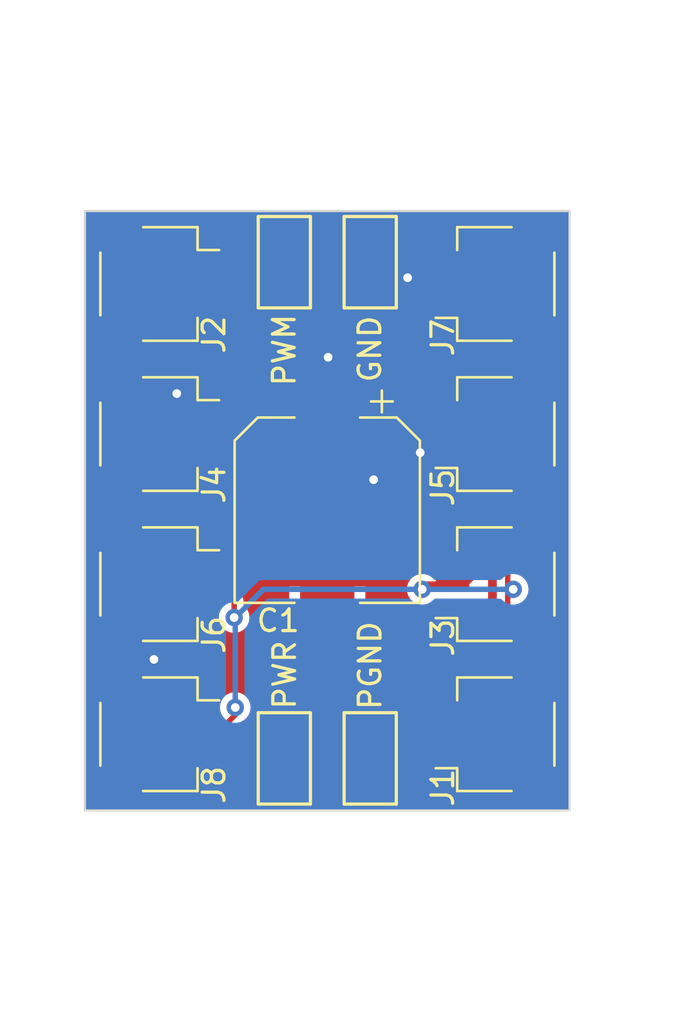
<source format=kicad_pcb>
(kicad_pcb (version 20221018) (generator pcbnew)
  (layers (0 "F.Cu" signal) (31 "B.Cu" signal) (34 "B.Paste" user) (35 "F.Paste" user) (36 "B.SilkS" user "B.Silkscreen") (37 "F.SilkS" user "F.Silkscreen") (38 "B.Mask" user) (39 "F.Mask" user) (44 "Edge.Cuts" user))
  (net 0 "")
  (net 1 "/PWR")
  (net 2 "GND")
  (net 3 "/PWM")
  (footprint "Connector_JST:JST_SH_SM03B-SRSS-TB_1x03-1MP_P1.00mm_Horizontal" (layer "F.Cu") (at 116.76 51.25 90)
    (fp_text reference "J7" (at -2.46 -2.45 90) (layer "F.SilkS"))
    (fp_text value "LED_OUT")
    (fp_line (start -2.61 -1.785) (end -1.56 -1.785) (stroke (width 0.12)) (layer "F.SilkS"))
    (fp_line (start -2.61 0.715) (end -2.61 -1.785) (stroke (width 0.12)) (layer "F.SilkS"))
    (fp_line (start -1.56 -1.785) (end -1.56 -2.775) (stroke (width 0.12)) (layer "F.SilkS"))
    (fp_line (start -1.44 2.685) (end 1.44 2.685) (stroke (width 0.12)) (layer "F.SilkS"))
    (fp_line (start 2.61 -1.785) (end 1.56 -1.785) (stroke (width 0.12)) (layer "F.SilkS"))
    (fp_line (start 2.61 0.715) (end 2.61 -1.785) (stroke (width 0.12)) (layer "F.SilkS"))
    (pad "1" smd roundrect locked (at -1 -2 90) (size 0.6 1.55) (layers "F.Cu" "F.Paste" "F.Mask") (net 2 "GND"))
    (pad "2" smd roundrect locked (at 0 -2 90) (size 0.6 1.55) (layers "F.Cu" "F.Paste" "F.Mask") (net 3 "/PWM"))
    (pad "3" smd roundrect locked (at 1 -2 90) (size 0.6 1.55) (layers "F.Cu" "F.Paste" "F.Mask") (net 1 "/PWR"))
    (pad "MP" smd roundrect locked (at -2.3 1.875 90) (size 1.2 1.8) (layers "F.Cu" "F.Paste" "F.Mask") (roundrect_rratio 0.2083333333))
    (pad "MP" smd roundrect locked (at 2.3 1.875 90) (size 1.2 1.8) (layers "F.Cu" "F.Paste" "F.Mask") (roundrect_rratio 0.2083333333))
  )
  (footprint "TestPoint:TestPoint_Keystone_5019_Minature" (layer "F.Cu") (at 107.025 73.06 90)
    (fp_text reference "PWR" (at 3.84 0.015 270) (layer "F.SilkS"))
    (fp_text value "TestPoint")
    (fp_line (start -2.1 -1.2) (end 2.1 -1.2) (stroke (width 0.15)) (layer "F.SilkS"))
    (fp_line (start -2.1 1.2) (end -2.1 -1.2) (stroke (width 0.15)) (layer "F.SilkS"))
    (fp_line (start 2.1 -1.2) (end 2.1 1.2) (stroke (width 0.15)) (layer "F.SilkS"))
    (fp_line (start 2.1 1.2) (end -2.1 1.2) (stroke (width 0.15)) (layer "F.SilkS"))
    (pad "1" smd rect locked (at 0 0 90) (size 3.8 2) (layers "F.Cu" "F.Paste" "F.Mask") (net 1 "/PWR"))
  )
  (footprint "Connector_JST:JST_SH_SM03B-SRSS-TB_1x03-1MP_P1.00mm_Horizontal" (layer "F.Cu") (at 101.25 65.05 -90)
    (fp_text reference "J6" (at 2.33 -2.54 90) (layer "F.SilkS"))
    (fp_text value "LED_OUT")
    (fp_line (start -2.61 -1.785) (end -1.56 -1.785) (stroke (width 0.12)) (layer "F.SilkS"))
    (fp_line (start -2.61 0.715) (end -2.61 -1.785) (stroke (width 0.12)) (layer "F.SilkS"))
    (fp_line (start -1.56 -1.785) (end -1.56 -2.775) (stroke (width 0.12)) (layer "F.SilkS"))
    (fp_line (start -1.44 2.685) (end 1.44 2.685) (stroke (width 0.12)) (layer "F.SilkS"))
    (fp_line (start 2.61 -1.785) (end 1.56 -1.785) (stroke (width 0.12)) (layer "F.SilkS"))
    (fp_line (start 2.61 0.715) (end 2.61 -1.785) (stroke (width 0.12)) (layer "F.SilkS"))
    (pad "1" smd roundrect locked (at -1 -2 270) (size 0.6 1.55) (layers "F.Cu" "F.Paste" "F.Mask") (net 2 "GND"))
    (pad "2" smd roundrect locked (at 0 -2 270) (size 0.6 1.55) (layers "F.Cu" "F.Paste" "F.Mask") (net 3 "/PWM"))
    (pad "3" smd roundrect locked (at 1 -2 270) (size 0.6 1.55) (layers "F.Cu" "F.Paste" "F.Mask") (net 1 "/PWR"))
    (pad "MP" smd roundrect locked (at -2.3 1.875 270) (size 1.2 1.8) (layers "F.Cu" "F.Paste" "F.Mask") (roundrect_rratio 0.2083333333))
    (pad "MP" smd roundrect locked (at 2.3 1.875 270) (size 1.2 1.8) (layers "F.Cu" "F.Paste" "F.Mask") (roundrect_rratio 0.2083333333))
  )
  (footprint "Connector_JST:JST_SH_SM03B-SRSS-TB_1x03-1MP_P1.00mm_Horizontal" (layer "F.Cu") (at 116.76 71.95 90)
    (fp_text reference "J1" (at -2.46 -2.45 90) (layer "F.SilkS"))
    (fp_text value "LED_OUT")
    (fp_line (start -2.61 -1.785) (end -1.56 -1.785) (stroke (width 0.12)) (layer "F.SilkS"))
    (fp_line (start -2.61 0.715) (end -2.61 -1.785) (stroke (width 0.12)) (layer "F.SilkS"))
    (fp_line (start -1.56 -1.785) (end -1.56 -2.775) (stroke (width 0.12)) (layer "F.SilkS"))
    (fp_line (start -1.44 2.685) (end 1.44 2.685) (stroke (width 0.12)) (layer "F.SilkS"))
    (fp_line (start 2.61 -1.785) (end 1.56 -1.785) (stroke (width 0.12)) (layer "F.SilkS"))
    (fp_line (start 2.61 0.715) (end 2.61 -1.785) (stroke (width 0.12)) (layer "F.SilkS"))
    (pad "1" smd roundrect locked (at -1 -2 90) (size 0.6 1.55) (layers "F.Cu" "F.Paste" "F.Mask") (net 2 "GND"))
    (pad "2" smd roundrect locked (at 0 -2 90) (size 0.6 1.55) (layers "F.Cu" "F.Paste" "F.Mask") (net 3 "/PWM"))
    (pad "3" smd roundrect locked (at 1 -2 90) (size 0.6 1.55) (layers "F.Cu" "F.Paste" "F.Mask") (net 1 "/PWR"))
    (pad "MP" smd roundrect locked (at -2.3 1.875 90) (size 1.2 1.8) (layers "F.Cu" "F.Paste" "F.Mask") (roundrect_rratio 0.2083333333))
    (pad "MP" smd roundrect locked (at 2.3 1.875 90) (size 1.2 1.8) (layers "F.Cu" "F.Paste" "F.Mask") (roundrect_rratio 0.2083333333))
  )
  (footprint "Connector_JST:JST_SH_SM03B-SRSS-TB_1x03-1MP_P1.00mm_Horizontal" (layer "F.Cu") (at 116.76 58.15 90)
    (fp_text reference "J5" (at -2.46 -2.45 90) (layer "F.SilkS"))
    (fp_text value "LED_OUT")
    (fp_line (start -2.61 -1.785) (end -1.56 -1.785) (stroke (width 0.12)) (layer "F.SilkS"))
    (fp_line (start -2.61 0.715) (end -2.61 -1.785) (stroke (width 0.12)) (layer "F.SilkS"))
    (fp_line (start -1.56 -1.785) (end -1.56 -2.775) (stroke (width 0.12)) (layer "F.SilkS"))
    (fp_line (start -1.44 2.685) (end 1.44 2.685) (stroke (width 0.12)) (layer "F.SilkS"))
    (fp_line (start 2.61 -1.785) (end 1.56 -1.785) (stroke (width 0.12)) (layer "F.SilkS"))
    (fp_line (start 2.61 0.715) (end 2.61 -1.785) (stroke (width 0.12)) (layer "F.SilkS"))
    (pad "1" smd roundrect locked (at -1 -2 90) (size 0.6 1.55) (layers "F.Cu" "F.Paste" "F.Mask") (net 2 "GND"))
    (pad "2" smd roundrect locked (at 0 -2 90) (size 0.6 1.55) (layers "F.Cu" "F.Paste" "F.Mask") (net 3 "/PWM"))
    (pad "3" smd roundrect locked (at 1 -2 90) (size 0.6 1.55) (layers "F.Cu" "F.Paste" "F.Mask") (net 1 "/PWR"))
    (pad "MP" smd roundrect locked (at -2.3 1.875 90) (size 1.2 1.8) (layers "F.Cu" "F.Paste" "F.Mask") (roundrect_rratio 0.2083333333))
    (pad "MP" smd roundrect locked (at 2.3 1.875 90) (size 1.2 1.8) (layers "F.Cu" "F.Paste" "F.Mask") (roundrect_rratio 0.2083333333))
  )
  (footprint "TestPoint:TestPoint_Keystone_5019_Minature" (layer "F.Cu") (at 110.975 50.25 90)
    (fp_text reference "GND" (at -3.99 -0.015 270) (layer "F.SilkS"))
    (fp_text value "TestPoint")
    (fp_line (start -2.1 -1.2) (end 2.1 -1.2) (stroke (width 0.15)) (layer "F.SilkS"))
    (fp_line (start -2.1 1.2) (end -2.1 -1.2) (stroke (width 0.15)) (layer "F.SilkS"))
    (fp_line (start 2.1 -1.2) (end 2.1 1.2) (stroke (width 0.15)) (layer "F.SilkS"))
    (fp_line (start 2.1 1.2) (end -2.1 1.2) (stroke (width 0.15)) (layer "F.SilkS"))
    (pad "1" smd rect locked (at 0 0 90) (size 3.8 2) (layers "F.Cu" "F.Paste" "F.Mask") (net 2 "GND"))
  )
  (footprint "Connector_JST:JST_SH_SM03B-SRSS-TB_1x03-1MP_P1.00mm_Horizontal" (layer "F.Cu") (at 101.25 51.25 -90)
    (fp_text reference "J2" (at 2.33 -2.54 90) (layer "F.SilkS"))
    (fp_text value "LED_OUT")
    (fp_line (start -2.61 -1.785) (end -1.56 -1.785) (stroke (width 0.12)) (layer "F.SilkS"))
    (fp_line (start -2.61 0.715) (end -2.61 -1.785) (stroke (width 0.12)) (layer "F.SilkS"))
    (fp_line (start -1.56 -1.785) (end -1.56 -2.775) (stroke (width 0.12)) (layer "F.SilkS"))
    (fp_line (start -1.44 2.685) (end 1.44 2.685) (stroke (width 0.12)) (layer "F.SilkS"))
    (fp_line (start 2.61 -1.785) (end 1.56 -1.785) (stroke (width 0.12)) (layer "F.SilkS"))
    (fp_line (start 2.61 0.715) (end 2.61 -1.785) (stroke (width 0.12)) (layer "F.SilkS"))
    (pad "1" smd roundrect locked (at -1 -2 270) (size 0.6 1.55) (layers "F.Cu" "F.Paste" "F.Mask") (net 2 "GND"))
    (pad "2" smd roundrect locked (at 0 -2 270) (size 0.6 1.55) (layers "F.Cu" "F.Paste" "F.Mask") (net 3 "/PWM"))
    (pad "3" smd roundrect locked (at 1 -2 270) (size 0.6 1.55) (layers "F.Cu" "F.Paste" "F.Mask") (net 1 "/PWR"))
    (pad "MP" smd roundrect locked (at -2.3 1.875 270) (size 1.2 1.8) (layers "F.Cu" "F.Paste" "F.Mask") (roundrect_rratio 0.2083333333))
    (pad "MP" smd roundrect locked (at 2.3 1.875 270) (size 1.2 1.8) (layers "F.Cu" "F.Paste" "F.Mask") (roundrect_rratio 0.2083333333))
  )
  (footprint "TestPoint:TestPoint_Keystone_5019_Minature" (layer "F.Cu") (at 107.025 50.25 90)
    (fp_text reference "PWM" (at -4.04 -0.005 270) (layer "F.SilkS"))
    (fp_text value "TestPoint")
    (fp_line (start -2.1 -1.2) (end 2.1 -1.2) (stroke (width 0.15)) (layer "F.SilkS"))
    (fp_line (start -2.1 1.2) (end -2.1 -1.2) (stroke (width 0.15)) (layer "F.SilkS"))
    (fp_line (start 2.1 -1.2) (end 2.1 1.2) (stroke (width 0.15)) (layer "F.SilkS"))
    (fp_line (start 2.1 1.2) (end -2.1 1.2) (stroke (width 0.15)) (layer "F.SilkS"))
    (pad "1" smd rect locked (at 0 0 90) (size 3.8 2) (layers "F.Cu" "F.Paste" "F.Mask") (net 3 "/PWM"))
  )
  (footprint "TestPoint:TestPoint_Keystone_5019_Minature" (layer "F.Cu") (at 110.975 73.06 90)
    (fp_text reference "PGND" (at 4.27 -0.005 270) (layer "F.SilkS"))
    (fp_text value "TestPoint")
    (fp_line (start -2.1 -1.2) (end 2.1 -1.2) (stroke (width 0.15)) (layer "F.SilkS"))
    (fp_line (start -2.1 1.2) (end -2.1 -1.2) (stroke (width 0.15)) (layer "F.SilkS"))
    (fp_line (start 2.1 -1.2) (end 2.1 1.2) (stroke (width 0.15)) (layer "F.SilkS"))
    (fp_line (start 2.1 1.2) (end -2.1 1.2) (stroke (width 0.15)) (layer "F.SilkS"))
    (pad "1" smd rect locked (at 0 0 90) (size 3.8 2) (layers "F.Cu" "F.Paste" "F.Mask") (net 2 "GND"))
  )
  (footprint "Capacitor_SMD:CP_Elec_8x10" (layer "F.Cu") (at 109 61.65 -90)
    (fp_text reference "C1" (at 5.08 2.26 -180) (layer "F.SilkS"))
    (fp_text value "C_Polarized")
    (fp_line (start -5.5 -2.51) (end -4.5 -2.51) (stroke (width 0.12)) (layer "F.SilkS"))
    (fp_line (start -5 -3.01) (end -5 -2.01) (stroke (width 0.12)) (layer "F.SilkS"))
    (fp_line (start -4.26 -3.195563) (end -4.26 -1.51) (stroke (width 0.12)) (layer "F.SilkS"))
    (fp_line (start -4.26 -3.195563) (end -3.195563 -4.26) (stroke (width 0.12)) (layer "F.SilkS"))
    (fp_line (start -4.26 3.195563) (end -4.26 1.51) (stroke (width 0.12)) (layer "F.SilkS"))
    (fp_line (start -4.26 3.195563) (end -3.195563 4.26) (stroke (width 0.12)) (layer "F.SilkS"))
    (fp_line (start -3.195563 -4.26) (end 4.26 -4.26) (stroke (width 0.12)) (layer "F.SilkS"))
    (fp_line (start -3.195563 4.26) (end 4.26 4.26) (stroke (width 0.12)) (layer "F.SilkS"))
    (fp_line (start 4.26 -4.26) (end 4.26 -1.51) (stroke (width 0.12)) (layer "F.SilkS"))
    (fp_line (start 4.26 4.26) (end 4.26 1.51) (stroke (width 0.12)) (layer "F.SilkS"))
    (pad "1" smd roundrect locked (at -3.25 0 270) (size 3.5 2.5) (layers "F.Cu" "F.Paste" "F.Mask") (roundrect_rratio 0.1) (net 1 "/PWR"))
    (pad "2" smd roundrect locked (at 3.25 0 270) (size 3.5 2.5) (layers "F.Cu" "F.Paste" "F.Mask") (roundrect_rratio 0.1) (net 2 "GND"))
  )
  (footprint "Connector_JST:JST_SH_SM03B-SRSS-TB_1x03-1MP_P1.00mm_Horizontal" (layer "F.Cu") (at 101.25 71.95 -90)
    (fp_text reference "J8" (at 2.33 -2.54 90) (layer "F.SilkS"))
    (fp_text value "LED_OUT")
    (fp_line (start -2.61 -1.785) (end -1.56 -1.785) (stroke (width 0.12)) (layer "F.SilkS"))
    (fp_line (start -2.61 0.715) (end -2.61 -1.785) (stroke (width 0.12)) (layer "F.SilkS"))
    (fp_line (start -1.56 -1.785) (end -1.56 -2.775) (stroke (width 0.12)) (layer "F.SilkS"))
    (fp_line (start -1.44 2.685) (end 1.44 2.685) (stroke (width 0.12)) (layer "F.SilkS"))
    (fp_line (start 2.61 -1.785) (end 1.56 -1.785) (stroke (width 0.12)) (layer "F.SilkS"))
    (fp_line (start 2.61 0.715) (end 2.61 -1.785) (stroke (width 0.12)) (layer "F.SilkS"))
    (pad "1" smd roundrect locked (at -1 -2 270) (size 0.6 1.55) (layers "F.Cu" "F.Paste" "F.Mask") (net 2 "GND"))
    (pad "2" smd roundrect locked (at 0 -2 270) (size 0.6 1.55) (layers "F.Cu" "F.Paste" "F.Mask") (net 3 "/PWM"))
    (pad "3" smd roundrect locked (at 1 -2 270) (size 0.6 1.55) (layers "F.Cu" "F.Paste" "F.Mask") (net 1 "/PWR"))
    (pad "MP" smd roundrect locked (at -2.3 1.875 270) (size 1.2 1.8) (layers "F.Cu" "F.Paste" "F.Mask") (roundrect_rratio 0.2083333333))
    (pad "MP" smd roundrect locked (at 2.3 1.875 270) (size 1.2 1.8) (layers "F.Cu" "F.Paste" "F.Mask") (roundrect_rratio 0.2083333333))
  )
  (footprint "Connector_JST:JST_SH_SM03B-SRSS-TB_1x03-1MP_P1.00mm_Horizontal" (layer "F.Cu") (at 116.76 65.05 90)
    (fp_text reference "J3" (at -2.46 -2.45 90) (layer "F.SilkS"))
    (fp_text value "LED_OUT")
    (fp_line (start -2.61 -1.785) (end -1.56 -1.785) (stroke (width 0.12)) (layer "F.SilkS"))
    (fp_line (start -2.61 0.715) (end -2.61 -1.785) (stroke (width 0.12)) (layer "F.SilkS"))
    (fp_line (start -1.56 -1.785) (end -1.56 -2.775) (stroke (width 0.12)) (layer "F.SilkS"))
    (fp_line (start -1.44 2.685) (end 1.44 2.685) (stroke (width 0.12)) (layer "F.SilkS"))
    (fp_line (start 2.61 -1.785) (end 1.56 -1.785) (stroke (width 0.12)) (layer "F.SilkS"))
    (fp_line (start 2.61 0.715) (end 2.61 -1.785) (stroke (width 0.12)) (layer "F.SilkS"))
    (pad "1" smd roundrect locked (at -1 -2 90) (size 0.6 1.55) (layers "F.Cu" "F.Paste" "F.Mask") (net 2 "GND"))
    (pad "2" smd roundrect locked (at 0 -2 90) (size 0.6 1.55) (layers "F.Cu" "F.Paste" "F.Mask") (net 3 "/PWM"))
    (pad "3" smd roundrect locked (at 1 -2 90) (size 0.6 1.55) (layers "F.Cu" "F.Paste" "F.Mask") (net 1 "/PWR"))
    (pad "MP" smd roundrect locked (at -2.3 1.875 90) (size 1.2 1.8) (layers "F.Cu" "F.Paste" "F.Mask") (roundrect_rratio 0.2083333333))
    (pad "MP" smd roundrect locked (at 2.3 1.875 90) (size 1.2 1.8) (layers "F.Cu" "F.Paste" "F.Mask") (roundrect_rratio 0.2083333333))
  )
  (footprint "Connector_JST:JST_SH_SM03B-SRSS-TB_1x03-1MP_P1.00mm_Horizontal" (layer "F.Cu") (at 101.25 58.15 -90)
    (fp_text reference "J4" (at 2.33 -2.54 90) (layer "F.SilkS"))
    (fp_text value "LED_OUT")
    (fp_line (start -2.61 -1.785) (end -1.56 -1.785) (stroke (width 0.12)) (layer "F.SilkS"))
    (fp_line (start -2.61 0.715) (end -2.61 -1.785) (stroke (width 0.12)) (layer "F.SilkS"))
    (fp_line (start -1.56 -1.785) (end -1.56 -2.775) (stroke (width 0.12)) (layer "F.SilkS"))
    (fp_line (start -1.44 2.685) (end 1.44 2.685) (stroke (width 0.12)) (layer "F.SilkS"))
    (fp_line (start 2.61 -1.785) (end 1.56 -1.785) (stroke (width 0.12)) (layer "F.SilkS"))
    (fp_line (start 2.61 0.715) (end 2.61 -1.785) (stroke (width 0.12)) (layer "F.SilkS"))
    (pad "1" smd roundrect locked (at -1 -2 270) (size 0.6 1.55) (layers "F.Cu" "F.Paste" "F.Mask") (net 2 "GND"))
    (pad "2" smd roundrect locked (at 0 -2 270) (size 0.6 1.55) (layers "F.Cu" "F.Paste" "F.Mask") (net 3 "/PWM"))
    (pad "3" smd roundrect locked (at 1 -2 270) (size 0.6 1.55) (layers "F.Cu" "F.Paste" "F.Mask") (net 1 "/PWR"))
    (pad "MP" smd roundrect locked (at -2.3 1.875 270) (size 1.2 1.8) (layers "F.Cu" "F.Paste" "F.Mask") (roundrect_rratio 0.2083333333))
    (pad "MP" smd roundrect locked (at 2.3 1.875 270) (size 1.2 1.8) (layers "F.Cu" "F.Paste" "F.Mask") (roundrect_rratio 0.2083333333))
  )
  (gr_rect locked (start 97.86 47.9) (end 120.14 75.45) (stroke (width 0.1)) (fill none) (layer "Edge.Cuts"))
  (segment locked (start 112.1847 61.4747) (end 114.76 64.05) (width 0.4) (layer "F.Cu") (net 1))
  (segment locked (start 116.6091 55.3009) (end 115.114 56.796) (width 0.4) (layer "F.Cu") (net 1))
  (segment locked (start 102.536 72.95) (end 101.9725 72.3865) (width 0.4) (layer "F.Cu") (net 1))
  (segment locked (start 103.9839 59.15) (end 104.5463 58.5876) (width 0.4) (layer "F.Cu") (net 1))
  (segment locked (start 104.5463 58.4) (end 109 58.4) (width 0.4) (layer "F.Cu") (net 1))
  (segment locked (start 116.6091 51.3275) (end 116.6091 55.3009) (width 0.4) (layer "F.Cu") (net 1))
  (segment locked (start 114.76 50.25) (end 115.5316 50.25) (width 0.4) (layer "F.Cu") (net 1))
  (segment locked (start 112.1847 58.4) (end 112.1847 61.4747) (width 0.4) (layer "F.Cu") (net 1))
  (segment locked (start 116.5943 58.2764) (end 115.114 56.796) (width 0.4) (layer "F.Cu") (net 1))
  (segment locked (start 101.9725 66.5911) (end 102.5136 66.05) (width 0.4) (layer "F.Cu") (net 1))
  (segment locked (start 102.5136 66.05) (end 103.25 66.05) (width 0.4) (layer "F.Cu") (net 1))
  (segment locked (start 104.5463 58.4) (end 104.5463 53.5463) (width 0.4) (layer "F.Cu") (net 1))
  (segment locked (start 103.25 72.95) (end 102.536 72.95) (width 0.4) (layer "F.Cu") (net 1))
  (segment locked (start 113.4347 57.15) (end 112.1847 58.4) (width 0.4) (layer "F.Cu") (net 1))
  (segment locked (start 109 58.4) (end 112.1847 58.4) (width 0.4) (layer "F.Cu") (net 1))
  (segment locked (start 101.9 65.4364) (end 102.5136 66.05) (width 0.4) (layer "F.Cu") (net 1))
  (segment locked (start 116.5943 69.1135) (end 116.5943 58.2764) (width 0.4) (layer "F.Cu") (net 1))
  (segment locked (start 105.5231 73.06) (end 103.36 73.06) (width 0.4) (layer "F.Cu") (net 1))
  (segment locked (start 104.5463 53.5463) (end 103.25 52.25) (width 0.4) (layer "F.Cu") (net 1))
  (segment locked (start 103.25 59.15) (end 101.9 60.5) (width 0.4) (layer "F.Cu") (net 1))
  (segment locked (start 114.76 57.15) (end 113.4347 57.15) (width 0.4) (layer "F.Cu") (net 1))
  (segment locked (start 114.76 70.95) (end 115.8584 69.8516) (width 0.4) (layer "F.Cu") (net 1))
  (segment locked (start 114.76 57.15) (end 115.114 56.796) (width 0.4) (layer "F.Cu") (net 1))
  (segment locked (start 103.25 59.15) (end 103.9839 59.15) (width 0.4) (layer "F.Cu") (net 1))
  (segment locked (start 115.8584 69.8494) (end 116.5943 69.1135) (width 0.4) (layer "F.Cu") (net 1))
  (segment locked (start 101.9725 72.3865) (end 101.9725 66.5911) (width 0.4) (layer "F.Cu") (net 1))
  (segment locked (start 101.9 60.5) (end 101.9 65.4364) (width 0.4) (layer "F.Cu") (net 1))
  (segment locked (start 107.025 73.06) (end 105.5231 73.06) (width 0.4) (layer "F.Cu") (net 1))
  (segment locked (start 115.5316 50.25) (end 116.6091 51.3275) (width 0.4) (layer "F.Cu") (net 1))
  (segment locked (start 115.8584 69.8516) (end 115.8584 69.8494) (width 0.4) (layer "F.Cu") (net 1))
  (segment locked (start 104.5463 58.5876) (end 104.5463 58.4) (width 0.4) (layer "F.Cu") (net 1))
  (segment locked (start 103.36 73.06) (end 103.25 72.95) (width 0.4) (layer "F.Cu") (net 1))
  (segment locked (start 112.6947 50.9643) (end 113.9804 52.25) (width 0.4) (layer "F.Cu") (net 2))
  (segment locked (start 101.9348 50.856) (end 102.5408 50.25) (width 0.4) (layer "F.Cu") (net 2))
  (segment locked (start 111.1312 64.9) (end 111.1312 60.2491) (width 0.4) (layer "F.Cu") (net 2))
  (segment locked (start 112.4769 50.7465) (end 112.6947 50.9643) (width 0.4) (layer "F.Cu") (net 2))
  (segment locked (start 113.484 67.1325) (end 113.4239 67.1926) (width 0.4) (layer "F.Cu") (net 2))
  (segment locked (start 113.2748 59.0044) (end 114.6144 59.0044) (width 0.4) (layer "F.Cu") (net 2))
  (segment locked (start 109 64.9) (end 105.6194 64.9) (width 0.4) (layer "F.Cu") (net 2))
  (segment locked (start 101.9348 56.1445) (end 101.9348 50.856) (width 0.4) (layer "F.Cu") (net 2))
  (segment locked (start 114.76 66.05) (end 113.6775 67.1325) (width 0.4) (layer "F.Cu") (net 2))
  (segment locked (start 102.5408 50.25) (end 103.25 50.25) (width 0.4) (layer "F.Cu") (net 2))
  (segment locked (start 102.3889 56.2889) (end 102.0792 56.2889) (width 0.4) (layer "F.Cu") (net 2))
  (segment locked (start 112.4769 50.25) (end 112.4769 50.7465) (width 0.4) (layer "F.Cu") (net 2))
  (segment locked (start 113.4239 67.1926) (end 111.1312 64.9) (width 0.4) (layer "F.Cu") (net 2))
  (segment locked (start 113.4239 67.1926) (end 113.4238 67.1927) (width 0.4) (layer "F.Cu") (net 2))
  (segment locked (start 102.0792 56.2889) (end 101.9348 56.1445) (width 0.4) (layer "F.Cu") (net 2))
  (segment locked (start 114.6144 59.0044) (end 114.76 59.15) (width 0.4) (layer "F.Cu") (net 2))
  (segment locked (start 113.4238 72.95) (end 114.76 72.95) (width 0.4) (layer "F.Cu") (net 2))
  (segment locked (start 103.25 70.95) (end 105.6194 68.5806) (width 0.4) (layer "F.Cu") (net 2))
  (segment locked (start 105.6194 68.5806) (end 105.6194 64.9) (width 0.4) (layer "F.Cu") (net 2))
  (segment locked (start 113.4238 67.1927) (end 113.4238 72.95) (width 0.4) (layer "F.Cu") (net 2))
  (segment locked (start 105.6194 64.9) (end 104.7694 64.05) (width 0.4) (layer "F.Cu") (net 2))
  (segment locked (start 104.7694 64.05) (end 103.25 64.05) (width 0.4) (layer "F.Cu") (net 2))
  (segment locked (start 113.6775 67.1325) (end 113.484 67.1325) (width 0.4) (layer "F.Cu") (net 2))
  (segment locked (start 112.5869 72.95) (end 113.4238 72.95) (width 0.4) (layer "F.Cu") (net 2))
  (segment locked (start 110.975 50.25) (end 112.4769 50.25) (width 0.4) (layer "F.Cu") (net 2))
  (segment locked (start 113.9804 52.25) (end 114.76 52.25) (width 0.4) (layer "F.Cu") (net 2))
  (segment locked (start 103.25 57.15) (end 102.3889 56.2889) (width 0.4) (layer "F.Cu") (net 2))
  (segment locked (start 111.1312 64.9) (end 109 64.9) (width 0.4) (layer "F.Cu") (net 2))
  (segment locked (start 112.4769 73.06) (end 112.5869 72.95) (width 0.4) (layer "F.Cu") (net 2))
  (segment locked (start 110.975 73.06) (end 112.4769 73.06) (width 0.4) (layer "F.Cu") (net 2))
  (via locked (at 113.2748 59.0044) (size 0.8) (drill 0.4) (layers "F.Cu" "B.Cu") (net 2))
  (via locked (at 102.0792 56.2889) (size 0.8) (drill 0.4) (layers "F.Cu" "B.Cu") (net 2))
  (via locked (at 109.04 54.62) (size 0.8) (drill 0.4) (layers "F.Cu" "B.Cu") (net 2))
  (via locked (at 111.1312 60.2491) (size 0.8) (drill 0.4) (layers "F.Cu" "B.Cu") (net 2))
  (via locked (at 101.03 68.51) (size 0.8) (drill 0.4) (layers "F.Cu" "B.Cu") (net 2))
  (via locked (at 112.6947 50.9643) (size 0.8) (drill 0.4) (layers "F.Cu" "B.Cu") (net 2))
  (segment locked (start 109.04 54.619) (end 112.6947 50.9643) (width 0.4) (layer "B.Cu") (net 2))
  (segment locked (start 102.0792 56.2889) (end 107.3701 56.2889) (width 0.4) (layer "B.Cu") (net 2))
  (segment locked (start 109.04 54.62) (end 109.04 54.619) (width 0.4) (layer "B.Cu") (net 2))
  (segment locked (start 107.8929 55.7661) (end 109.039 54.62) (width 0.4) (layer "B.Cu") (net 2))
  (segment locked (start 113.2748 59.0044) (end 111.1312 59.0044) (width 0.4) (layer "B.Cu") (net 2))
  (segment locked (start 107.3701 56.2889) (end 107.8929 55.7661) (width 0.4) (layer "B.Cu") (net 2))
  (segment locked (start 111.1312 59.0044) (end 111.1312 60.2491) (width 0.4) (layer "B.Cu") (net 2))
  (segment locked (start 109.039 54.62) (end 109.04 54.62) (width 0.4) (layer "B.Cu") (net 2))
  (segment locked (start 107.8929 55.7661) (end 111.1312 59.0044) (width 0.4) (layer "B.Cu") (net 2))
  (segment locked (start 117.2984 65.2874) (end 117.2984 70.0156) (width 0.25) (layer "F.Cu") (net 3))
  (segment locked (start 107.025 50.25) (end 108.3519 50.25) (width 0.25) (layer "F.Cu") (net 3))
  (segment locked (start 113.5494 50.6311) (end 113.5494 49.8097) (width 0.25) (layer "F.Cu") (net 3))
  (segment locked (start 104.719 65.8431) (end 104.719 66.5858) (width 0.25) (layer "F.Cu") (net 3))
  (segment locked (start 117.2984 51.1057) (end 117.2984 65.2874) (width 0.25) (layer "F.Cu") (net 3))
  (segment locked (start 101.252 56.751) (end 101.252 50.6522) (width 0.25) (layer "F.Cu") (net 3))
  (segment locked (start 115.9625 52.6452) (end 115.9625 51.8452) (width 0.25) (layer "F.Cu") (net 3))
  (segment locked (start 103.8828 71.95) (end 104.7687 71.0641) (width 0.25) (layer "F.Cu") (net 3))
  (segment locked (start 104.4525 50.25) (end 105.6981 50.25) (width 0.25) (layer "F.Cu") (net 3))
  (segment locked (start 102.651 58.15) (end 101.252 56.751) (width 0.25) (layer "F.Cu") (net 3))
  (segment locked (start 103.9259 65.05) (end 104.719 65.8431) (width 0.25) (layer "F.Cu") (net 3))
  (segment locked (start 115.9674 58.7657) (end 115.3517 58.15) (width 0.25) (layer "F.Cu") (net 3))
  (segment locked (start 115.364 71.95) (end 114.76 71.95) (width 0.25) (layer "F.Cu") (net 3))
  (segment locked (start 110.2169 53.0305) (end 115.5772 53.0305) (width 0.25) (layer "F.Cu") (net 3))
  (segment locked (start 102.4338 49.4704) (end 104.0717 49.4704) (width 0.25) (layer "F.Cu") (net 3))
  (segment locked (start 104.7687 71.0641) (end 104.7687 70.7205) (width 0.25) (layer "F.Cu") (net 3))
  (segment locked (start 115.3673 51.25) (end 114.76 51.25) (width 0.25) (layer "F.Cu") (net 3))
  (segment locked (start 114.1683 51.25) (end 113.5494 50.6311) (width 0.25) (layer "F.Cu") (net 3))
  (segment locked (start 115.3605 65.05) (end 115.9674 64.4431) (width 0.25) (layer "F.Cu") (net 3))
  (segment locked (start 113.8376 49.5215) (end 115.7142 49.5215) (width 0.25) (layer "F.Cu") (net 3))
  (segment locked (start 103.25 65.05) (end 103.9259 65.05) (width 0.25) (layer "F.Cu") (net 3))
  (segment locked (start 115.5772 53.0305) (end 115.9625 52.6452) (width 0.25) (layer "F.Cu") (net 3))
  (segment locked (start 108.3519 50.25) (end 108.3519 51.1655) (width 0.25) (layer "F.Cu") (net 3))
  (segment locked (start 115.9674 64.4431) (end 115.9674 58.7657) (width 0.25) (layer "F.Cu") (net 3))
  (segment locked (start 113.603 65.05) (end 114.76 65.05) (width 0.25) (layer "F.Cu") (net 3))
  (segment locked (start 108.3519 51.1655) (end 110.2169 53.0305) (width 0.25) (layer "F.Cu") (net 3))
  (segment locked (start 104.4525 50.7501) (end 103.9526 51.25) (width 0.25) (layer "F.Cu") (net 3))
  (segment locked (start 115.7142 49.5215) (end 117.2984 51.1057) (width 0.25) (layer "F.Cu") (net 3))
  (segment locked (start 114.76 51.25) (end 114.1683 51.25) (width 0.25) (layer "F.Cu") (net 3))
  (segment locked (start 113.5494 49.8097) (end 113.8376 49.5215) (width 0.25) (layer "F.Cu") (net 3))
  (segment locked (start 103.25 58.15) (end 102.651 58.15) (width 0.25) (layer "F.Cu") (net 3))
  (segment locked (start 117.2984 65.2874) (end 117.5514 65.2874) (width 0.25) (layer "F.Cu") (net 3))
  (segment locked (start 104.4525 49.8512) (end 104.4525 50.25) (width 0.25) (layer "F.Cu") (net 3))
  (segment locked (start 103.25 71.95) (end 103.8828 71.95) (width 0.25) (layer "F.Cu") (net 3))
  (segment locked (start 101.252 50.6522) (end 102.4338 49.4704) (width 0.25) (layer "F.Cu") (net 3))
  (segment locked (start 107.025 50.25) (end 105.6981 50.25) (width 0.25) (layer "F.Cu") (net 3))
  (segment locked (start 103.9526 51.25) (end 103.25 51.25) (width 0.25) (layer "F.Cu") (net 3))
  (segment locked (start 104.719 66.5858) (end 104.7174 66.5858) (width 0.25) (layer "F.Cu") (net 3))
  (segment locked (start 113.3656 65.2874) (end 113.603 65.05) (width 0.25) (layer "F.Cu") (net 3))
  (segment locked (start 115.3517 58.15) (end 114.76 58.15) (width 0.25) (layer "F.Cu") (net 3))
  (segment locked (start 104.4525 50.25) (end 104.4525 50.7501) (width 0.25) (layer "F.Cu") (net 3))
  (segment locked (start 104.0717 49.4704) (end 104.4525 49.8512) (width 0.25) (layer "F.Cu") (net 3))
  (segment locked (start 114.76 65.05) (end 115.3605 65.05) (width 0.25) (layer "F.Cu") (net 3))
  (segment locked (start 117.2984 70.0156) (end 115.364 71.95) (width 0.25) (layer "F.Cu") (net 3))
  (segment locked (start 115.9625 51.8452) (end 115.3673 51.25) (width 0.25) (layer "F.Cu") (net 3))
  (via locked (at 104.7687 70.7205) (size 0.8) (drill 0.4) (layers "F.Cu" "B.Cu") (net 3))
  (via locked (at 117.5514 65.2874) (size 0.8) (drill 0.4) (layers "F.Cu" "B.Cu") (net 3))
  (via locked (at 113.3656 65.2874) (size 0.8) (drill 0.4) (layers "F.Cu" "B.Cu") (net 3))
  (via locked (at 104.7174 66.5858) (size 0.8) (drill 0.4) (layers "F.Cu" "B.Cu") (net 3))
  (segment locked (start 113.3656 65.2874) (end 106.0671 65.2874) (width 0.25) (layer "B.Cu") (net 3))
  (segment locked (start 104.7687 66.5858) (end 104.7687 70.7205) (width 0.25) (layer "B.Cu") (net 3))
  (segment locked (start 117.5514 65.2874) (end 113.3656 65.2874) (width 0.25) (layer "B.Cu") (net 3))
  (segment locked (start 104.7687 66.5858) (end 104.7174 66.5858) (width 0.25) (layer "B.Cu") (net 3))
  (segment locked (start 106.0671 65.2874) (end 104.7687 66.5858) (width 0.25) (layer "B.Cu") (net 3))
  (zone locked (net 2) (net_name "GND") (layers "F&B.Cu") (connect_pads (clearance 0.25)) (min_thickness 0.25) (fill yes (thermal_gap 0.5) (thermal_bridge_width 0.5))
    (polygon (pts (xy 93.95 45.65) (xy 125.5 45.79) (xy 125.45 78.5) (xy 94.82 78.4)))
  )
)
</source>
